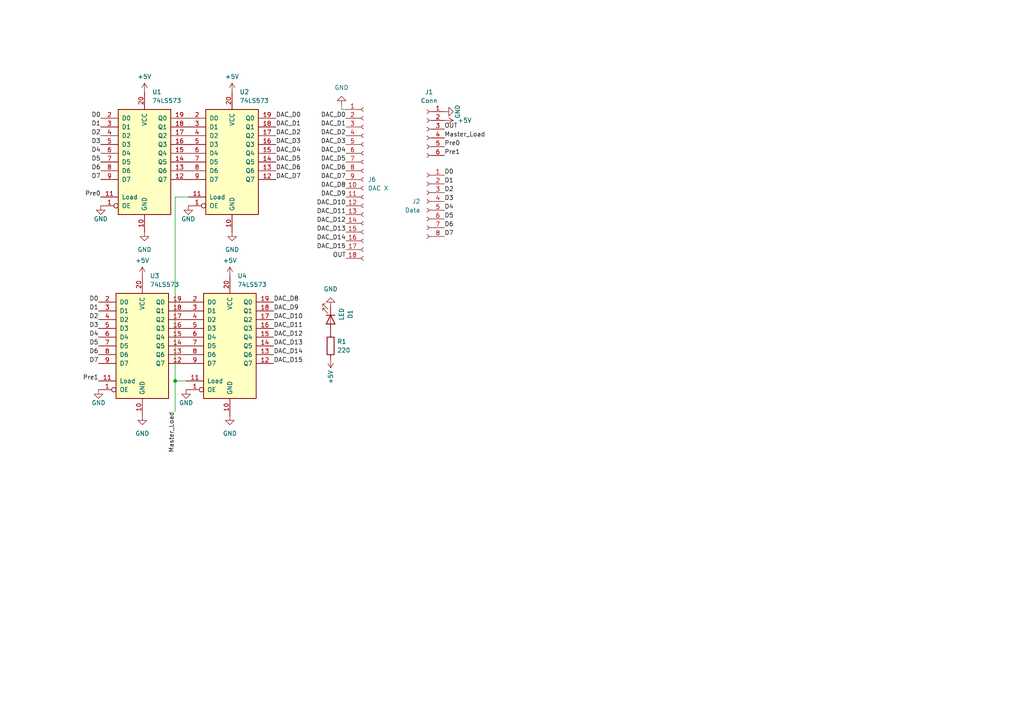
<source format=kicad_sch>
(kicad_sch (version 20230121) (generator eeschema)
  (paper "A4")
  (title_block (title "DAC Base board") (date "2024-03-22") (comment 4 "Author: AlexanderHD27"))
  (lib_symbols
    (symbol "74xx:74LS573" (pin_names (offset 1.016))
      (property "Reference" "U" (at -7.62 16.51 0))
      (property "Value" "74LS573" (at -7.62 -16.51 0))
      (symbol "74LS573_1_0"
        (pin input inverted (at -12.7 -12.7 0) (length 5.08) (name "OE") (number "1"))
        (pin power_in line (at 0 -20.32 90) (length 5.08) (name "GND") (number "10"))
        (pin input line (at -12.7 -10.16 0) (length 5.08) (name "Load") (number "11"))
        (pin tri_state line (at 12.7 -5.08 180) (length 5.08) (name "Q7") (number "12"))
        (pin tri_state line (at 12.7 -2.54 180) (length 5.08) (name "Q6") (number "13"))
        (pin tri_state line (at 12.7 0 180) (length 5.08) (name "Q5") (number "14"))
        (pin tri_state line (at 12.7 2.54 180) (length 5.08) (name "Q4") (number "15"))
        (pin tri_state line (at 12.7 5.08 180) (length 5.08) (name "Q3") (number "16"))
        (pin tri_state line (at 12.7 7.62 180) (length 5.08) (name "Q2") (number "17"))
        (pin tri_state line (at 12.7 10.16 180) (length 5.08) (name "Q1") (number "18"))
        (pin tri_state line (at 12.7 12.7 180) (length 5.08) (name "Q0") (number "19"))
        (pin input line (at -12.7 12.7 0) (length 5.08) (name "D0") (number "2"))
        (pin power_in line (at 0 20.32 270) (length 5.08) (name "VCC") (number "20"))
        (pin input line (at -12.7 10.16 0) (length 5.08) (name "D1") (number "3"))
        (pin input line (at -12.7 7.62 0) (length 5.08) (name "D2") (number "4"))
        (pin input line (at -12.7 5.08 0) (length 5.08) (name "D3") (number "5"))
        (pin input line (at -12.7 2.54 0) (length 5.08) (name "D4") (number "6"))
        (pin input line (at -12.7 0 0) (length 5.08) (name "D5") (number "7"))
        (pin input line (at -12.7 -2.54 0) (length 5.08) (name "D6") (number "8"))
        (pin input line (at -12.7 -5.08 0) (length 5.08) (name "D7") (number "9"))
      )
      (symbol "74LS573_1_1"
        (rectangle (start -7.62 15.24) (end 7.62 -15.24) (stroke (width 0.254)) (fill (type background)))
      )
    )
    (symbol "Connector:Conn_01x06_Socket" (pin_names (offset 1.016) hide)
      (property "Reference" "J" (at 0 7.62 0))
      (property "Value" "Conn_01x06_Socket" (at 0 -10.16 0))
      (symbol "Conn_01x06_Socket_1_1"
        (arc (start 0 -7.112) (mid -0.5058 -7.62) (end 0 -8.128) (stroke (width 0.1524)))
        (arc (start 0 -4.572) (mid -0.5058 -5.08) (end 0 -5.588) (stroke (width 0.1524)))
        (arc (start 0 -2.032) (mid -0.5058 -2.54) (end 0 -3.048) (stroke (width 0.1524)))
        (polyline (pts (xy -1.27 -7.62) (xy -0.508 -7.62)) (stroke (width 0.1524)))
        (polyline (pts (xy -1.27 -5.08) (xy -0.508 -5.08)) (stroke (width 0.1524)))
        (polyline (pts (xy -1.27 -2.54) (xy -0.508 -2.54)) (stroke (width 0.1524)))
        (polyline (pts (xy -1.27 0) (xy -0.508 0)) (stroke (width 0.1524)))
        (polyline (pts (xy -1.27 2.54) (xy -0.508 2.54)) (stroke (width 0.1524)))
        (polyline (pts (xy -1.27 5.08) (xy -0.508 5.08)) (stroke (width 0.1524)))
        (arc (start 0 0.508) (mid -0.5058 0) (end 0 -0.508) (stroke (width 0.1524)))
        (arc (start 0 3.048) (mid -0.5058 2.54) (end 0 2.032) (stroke (width 0.1524)))
        (arc (start 0 5.588) (mid -0.5058 5.08) (end 0 4.572) (stroke (width 0.1524)))
        (pin passive line (at -5.08 5.08 0) (length 3.81) (name "Pin_1") (number "1"))
        (pin passive line (at -5.08 2.54 0) (length 3.81) (name "Pin_2") (number "2"))
        (pin passive line (at -5.08 0 0) (length 3.81) (name "Pin_3") (number "3"))
        (pin passive line (at -5.08 -2.54 0) (length 3.81) (name "Pin_4") (number "4"))
        (pin passive line (at -5.08 -5.08 0) (length 3.81) (name "Pin_5") (number "5"))
        (pin passive line (at -5.08 -7.62 0) (length 3.81) (name "Pin_6") (number "6"))
      )
    )
    (symbol "Connector:Conn_01x08_Socket" (pin_names (offset 1.016) hide)
      (property "Reference" "J" (at 0 10.16 0))
      (property "Value" "Conn_01x08_Socket" (at 0 -12.7 0))
      (symbol "Conn_01x08_Socket_1_1"
        (arc (start 0 -9.652) (mid -0.5058 -10.16) (end 0 -10.668) (stroke (width 0.1524)))
        (arc (start 0 -7.112) (mid -0.5058 -7.62) (end 0 -8.128) (stroke (width 0.1524)))
        (arc (start 0 -4.572) (mid -0.5058 -5.08) (end 0 -5.588) (stroke (width 0.1524)))
        (arc (start 0 -2.032) (mid -0.5058 -2.54) (end 0 -3.048) (stroke (width 0.1524)))
        (polyline (pts (xy -1.27 -10.16) (xy -0.508 -10.16)) (stroke (width 0.1524)))
        (polyline (pts (xy -1.27 -7.62) (xy -0.508 -7.62)) (stroke (width 0.1524)))
        (polyline (pts (xy -1.27 -5.08) (xy -0.508 -5.08)) (stroke (width 0.1524)))
        (polyline (pts (xy -1.27 -2.54) (xy -0.508 -2.54)) (stroke (width 0.1524)))
        (polyline (pts (xy -1.27 0) (xy -0.508 0)) (stroke (width 0.1524)))
        (polyline (pts (xy -1.27 2.54) (xy -0.508 2.54)) (stroke (width 0.1524)))
        (polyline (pts (xy -1.27 5.08) (xy -0.508 5.08)) (stroke (width 0.1524)))
        (polyline (pts (xy -1.27 7.62) (xy -0.508 7.62)) (stroke (width 0.1524)))
        (arc (start 0 0.508) (mid -0.5058 0) (end 0 -0.508) (stroke (width 0.1524)))
        (arc (start 0 3.048) (mid -0.5058 2.54) (end 0 2.032) (stroke (width 0.1524)))
        (arc (start 0 5.588) (mid -0.5058 5.08) (end 0 4.572) (stroke (width 0.1524)))
        (arc (start 0 8.128) (mid -0.5058 7.62) (end 0 7.112) (stroke (width 0.1524)))
        (pin passive line (at -5.08 7.62 0) (length 3.81) (name "Pin_1") (number "1"))
        (pin passive line (at -5.08 5.08 0) (length 3.81) (name "Pin_2") (number "2"))
        (pin passive line (at -5.08 2.54 0) (length 3.81) (name "Pin_3") (number "3"))
        (pin passive line (at -5.08 0 0) (length 3.81) (name "Pin_4") (number "4"))
        (pin passive line (at -5.08 -2.54 0) (length 3.81) (name "Pin_5") (number "5"))
        (pin passive line (at -5.08 -5.08 0) (length 3.81) (name "Pin_6") (number "6"))
        (pin passive line (at -5.08 -7.62 0) (length 3.81) (name "Pin_7") (number "7"))
        (pin passive line (at -5.08 -10.16 0) (length 3.81) (name "Pin_8") (number "8"))
      )
    )
    (symbol "Connector:Conn_01x18_Socket" (pin_names (offset 1.016) hide)
      (property "Reference" "J" (at 0 22.86 0))
      (property "Value" "Conn_01x18_Socket" (at 0 -25.4 0))
      (symbol "Conn_01x18_Socket_1_1"
        (arc (start 0 -22.352) (mid -0.5058 -22.86) (end 0 -23.368) (stroke (width 0.1524)))
        (arc (start 0 -19.812) (mid -0.5058 -20.32) (end 0 -20.828) (stroke (width 0.1524)))
        (arc (start 0 -17.272) (mid -0.5058 -17.78) (end 0 -18.288) (stroke (width 0.1524)))
        (arc (start 0 -14.732) (mid -0.5058 -15.24) (end 0 -15.748) (stroke (width 0.1524)))
        (arc (start 0 -12.192) (mid -0.5058 -12.7) (end 0 -13.208) (stroke (width 0.1524)))
        (arc (start 0 -9.652) (mid -0.5058 -10.16) (end 0 -10.668) (stroke (width 0.1524)))
        (arc (start 0 -7.112) (mid -0.5058 -7.62) (end 0 -8.128) (stroke (width 0.1524)))
        (arc (start 0 -4.572) (mid -0.5058 -5.08) (end 0 -5.588) (stroke (width 0.1524)))
        (arc (start 0 -2.032) (mid -0.5058 -2.54) (end 0 -3.048) (stroke (width 0.1524)))
        (polyline (pts (xy -1.27 -22.86) (xy -0.508 -22.86)) (stroke (width 0.1524)))
        (polyline (pts (xy -1.27 -20.32) (xy -0.508 -20.32)) (stroke (width 0.1524)))
        (polyline (pts (xy -1.27 -17.78) (xy -0.508 -17.78)) (stroke (width 0.1524)))
        (polyline (pts (xy -1.27 -15.24) (xy -0.508 -15.24)) (stroke (width 0.1524)))
        (polyline (pts (xy -1.27 -12.7) (xy -0.508 -12.7)) (stroke (width 0.1524)))
        (polyline (pts (xy -1.27 -10.16) (xy -0.508 -10.16)) (stroke (width 0.1524)))
        (polyline (pts (xy -1.27 -7.62) (xy -0.508 -7.62)) (stroke (width 0.1524)))
        (polyline (pts (xy -1.27 -5.08) (xy -0.508 -5.08)) (stroke (width 0.1524)))
        (polyline (pts (xy -1.27 -2.54) (xy -0.508 -2.54)) (stroke (width 0.1524)))
        (polyline (pts (xy -1.27 0) (xy -0.508 0)) (stroke (width 0.1524)))
        (polyline (pts (xy -1.27 2.54) (xy -0.508 2.54)) (stroke (width 0.1524)))
        (polyline (pts (xy -1.27 5.08) (xy -0.508 5.08)) (stroke (width 0.1524)))
        (polyline (pts (xy -1.27 7.62) (xy -0.508 7.62)) (stroke (width 0.1524)))
        (polyline (pts (xy -1.27 10.16) (xy -0.508 10.16)) (stroke (width 0.1524)))
        (polyline (pts (xy -1.27 12.7) (xy -0.508 12.7)) (stroke (width 0.1524)))
        (polyline (pts (xy -1.27 15.24) (xy -0.508 15.24)) (stroke (width 0.1524)))
        (polyline (pts (xy -1.27 17.78) (xy -0.508 17.78)) (stroke (width 0.1524)))
        (polyline (pts (xy -1.27 20.32) (xy -0.508 20.32)) (stroke (width 0.1524)))
        (arc (start 0 0.508) (mid -0.5058 0) (end 0 -0.508) (stroke (width 0.1524)))
        (arc (start 0 3.048) (mid -0.5058 2.54) (end 0 2.032) (stroke (width 0.1524)))
        (arc (start 0 5.588) (mid -0.5058 5.08) (end 0 4.572) (stroke (width 0.1524)))
        (arc (start 0 8.128) (mid -0.5058 7.62) (end 0 7.112) (stroke (width 0.1524)))
        (arc (start 0 10.668) (mid -0.5058 10.16) (end 0 9.652) (stroke (width 0.1524)))
        (arc (start 0 13.208) (mid -0.5058 12.7) (end 0 12.192) (stroke (width 0.1524)))
        (arc (start 0 15.748) (mid -0.5058 15.24) (end 0 14.732) (stroke (width 0.1524)))
        (arc (start 0 18.288) (mid -0.5058 17.78) (end 0 17.272) (stroke (width 0.1524)))
        (arc (start 0 20.828) (mid -0.5058 20.32) (end 0 19.812) (stroke (width 0.1524)))
        (pin passive line (at -5.08 20.32 0) (length 3.81) (name "Pin_1") (number "1"))
        (pin passive line (at -5.08 -2.54 0) (length 3.81) (name "Pin_10") (number "10"))
        (pin passive line (at -5.08 -5.08 0) (length 3.81) (name "Pin_11") (number "11"))
        (pin passive line (at -5.08 -7.62 0) (length 3.81) (name "Pin_12") (number "12"))
        (pin passive line (at -5.08 -10.16 0) (length 3.81) (name "Pin_13") (number "13"))
        (pin passive line (at -5.08 -12.7 0) (length 3.81) (name "Pin_14") (number "14"))
        (pin passive line (at -5.08 -15.24 0) (length 3.81) (name "Pin_15") (number "15"))
        (pin passive line (at -5.08 -17.78 0) (length 3.81) (name "Pin_16") (number "16"))
        (pin passive line (at -5.08 -20.32 0) (length 3.81) (name "Pin_17") (number "17"))
        (pin passive line (at -5.08 -22.86 0) (length 3.81) (name "Pin_18") (number "18"))
        (pin passive line (at -5.08 17.78 0) (length 3.81) (name "Pin_2") (number "2"))
        (pin passive line (at -5.08 15.24 0) (length 3.81) (name "Pin_3") (number "3"))
        (pin passive line (at -5.08 12.7 0) (length 3.81) (name "Pin_4") (number "4"))
        (pin passive line (at -5.08 10.16 0) (length 3.81) (name "Pin_5") (number "5"))
        (pin passive line (at -5.08 7.62 0) (length 3.81) (name "Pin_6") (number "6"))
        (pin passive line (at -5.08 5.08 0) (length 3.81) (name "Pin_7") (number "7"))
        (pin passive line (at -5.08 2.54 0) (length 3.81) (name "Pin_8") (number "8"))
        (pin passive line (at -5.08 0 0) (length 3.81) (name "Pin_9") (number "9"))
      )
    )
    (symbol "Device:LED" (pin_numbers hide) (pin_names (offset 1.016) hide)
      (property "Reference" "D" (at 0 2.54 0))
      (property "Value" "LED" (at 0 -2.54 0))
      (symbol "LED_0_1"
        (polyline (pts (xy -1.27 -1.27) (xy -1.27 1.27)) (stroke (width 0.254)))
        (polyline (pts (xy -1.27 0) (xy 1.27 0)))
        (polyline (pts (xy 1.27 -1.27) (xy 1.27 1.27) (xy -1.27 0) (xy 1.27 -1.27)) (stroke (width 0.254)))
        (polyline (pts (xy -3.048 -0.762) (xy -4.572 -2.286) (xy -3.81 -2.286) (xy -4.572 -2.286) (xy -4.572 -1.524)))
        (polyline (pts (xy -1.778 -0.762) (xy -3.302 -2.286) (xy -2.54 -2.286) (xy -3.302 -2.286) (xy -3.302 -1.524)))
      )
      (symbol "LED_1_1"
        (pin passive line (at -3.81 0 0) (length 2.54) (name "K") (number "1"))
        (pin passive line (at 3.81 0 180) (length 2.54) (name "A") (number "2"))
      )
    )
    (symbol "Device:R" (pin_numbers hide) (pin_names (offset 0))
      (property "Reference" "R" (at 2.032 0 90))
      (property "Value" "R" (at 0 0 90))
      (symbol "R_0_1"
        (rectangle (start -1.016 -2.54) (end 1.016 2.54) (stroke (width 0.254)))
      )
      (symbol "R_1_1"
        (pin passive line (at 0 3.81 270) (length 1.27) (name "~") (number "1"))
        (pin passive line (at 0 -3.81 90) (length 1.27) (name "~") (number "2"))
      )
    )
    (symbol "power:+5V" (power) (pin_names (offset 0))
      (property "Value" "+5V" (at 0 3.556 0))
      (symbol "+5V_0_1"
        (polyline (pts (xy -0.762 1.27) (xy 0 2.54)))
        (polyline (pts (xy 0 0) (xy 0 2.54)))
        (polyline (pts (xy 0 2.54) (xy 0.762 1.27)))
      )
      (symbol "+5V_1_1"
        (pin power_in line (at 0 0 90) (length 0) hide (name "+5V") (number "1"))
      )
    )
    (symbol "power:GND" (power) (pin_names (offset 0))
      (property "Value" "GND" (at 0 -3.81 0))
      (symbol "GND_0_1"
        (polyline (pts (xy 0 0) (xy 0 -1.27) (xy 1.27 -1.27) (xy 0 -2.54) (xy -1.27 -1.27) (xy 0 -1.27)))
      )
      (symbol "GND_1_1"
        (pin power_in line (at 0 0 270) (length 0) hide (name "GND") (number "1"))
      )
    )
  )
  (junction (at 50.8 110.49))
  (wire (pts (xy 99.06 31.75) (xy 100.33 31.75)))
  (wire (pts (xy 50.8 119.38) (xy 50.8 110.49)))
  (wire (pts (xy 99.06 30.48) (xy 99.06 31.75)))
  (wire (pts (xy 50.8 110.49) (xy 53.975 110.49)))
  (wire (pts (xy 50.8 57.15) (xy 54.61 57.15)))
  (wire (pts (xy 50.8 57.15) (xy 50.8 110.49)))
  (label "DAC_D12" (at 100.33 64.77 180))
  (label "DAC_D4" (at 80.01 44.45 0))
  (label "DAC_D7" (at 100.33 52.07 180))
  (label "DAC_D2" (at 80.01 39.37 0))
  (label "DAC_D6" (at 80.01 49.53 0))
  (label "DAC_D5" (at 100.33 46.99 180))
  (label "DAC_D11" (at 100.33 62.23 180))
  (label "D0" (at 29.21 34.29 180))
  (label "Pre1" (at 128.905 45.085 0))
  (label "D3" (at 128.905 58.42 0))
  (label "D6" (at 128.905 66.04 0))
  (label "D5" (at 28.575 100.33 180))
  (label "D2" (at 128.905 55.88 0))
  (label "D2" (at 29.21 39.37 180))
  (label "DAC_D12" (at 79.375 97.79 0))
  (label "DAC_D0" (at 80.01 34.29 0))
  (label "OUT" (at 100.33 74.93 180))
  (label "DAC_D10" (at 79.375 92.71 0))
  (label "DAC_D8" (at 79.375 87.63 0))
  (label "D4" (at 29.21 44.45 180))
  (label "DAC_D14" (at 100.33 69.85 180))
  (label "DAC_D2" (at 100.33 39.37 180))
  (label "D7" (at 128.905 68.58 0))
  (label "D1" (at 29.21 36.83 180))
  (label "DAC_D10" (at 100.33 59.69 180))
  (label "OUT" (at 128.905 37.465 0))
  (label "D1" (at 128.905 53.34 0))
  (label "D6" (at 28.575 102.87 180))
  (label "D2" (at 28.575 92.71 180))
  (label "DAC_D13" (at 100.33 67.31 180))
  (label "D6" (at 29.21 49.53 180))
  (label "D5" (at 128.905 63.5 0))
  (label "DAC_D15" (at 100.33 72.39 180))
  (label "D3" (at 28.575 95.25 180))
  (label "Master_Load" (at 128.905 40.005 0))
  (label "DAC_D7" (at 80.01 52.07 0))
  (label "DAC_D9" (at 100.33 57.15 180))
  (label "Master_Load" (at 50.8 119.38 270))
  (label "DAC_D6" (at 100.33 49.53 180))
  (label "D0" (at 28.575 87.63 180))
  (label "DAC_D9" (at 79.375 90.17 0))
  (label "D4" (at 128.905 60.96 0))
  (label "Pre0" (at 29.21 57.15 180))
  (label "D4" (at 28.575 97.79 180))
  (label "D1" (at 28.575 90.17 180))
  (label "DAC_D8" (at 100.33 54.61 180))
  (label "DAC_D3" (at 100.33 41.91 180))
  (label "DAC_D11" (at 79.375 95.25 0))
  (label "D3" (at 29.21 41.91 180))
  (label "DAC_D5" (at 80.01 46.99 0))
  (label "DAC_D15" (at 79.375 105.41 0))
  (label "Pre1" (at 28.575 110.49 180))
  (label "DAC_D13" (at 79.375 100.33 0))
  (label "DAC_D4" (at 100.33 44.45 180))
  (label "DAC_D14" (at 79.375 102.87 0))
  (label "D5" (at 29.21 46.99 180))
  (label "DAC_D3" (at 80.01 41.91 0))
  (label "D7" (at 29.21 52.07 180))
  (label "DAC_D0" (at 100.33 34.29 180))
  (label "DAC_D1" (at 80.01 36.83 0))
  (label "Pre0" (at 128.905 42.545 0))
  (label "DAC_D1" (at 100.33 36.83 180))
  (label "D0" (at 128.905 50.8 0))
  (label "D7" (at 28.575 105.41 180))
  (symbol (lib_id "74xx:74LS573") (at 67.31 46.99 0) (unit 1)
    (property "Reference" "U2" (at 69.5041 26.67 0) (effects (justify left)))
    (property "Value" "74LS573" (at 69.5041 29.21 0) (effects (justify left)))
    (property "Footprint" "Package_SO:TSSOP-20_4.4x6.5mm_P0.65mm" (effects hide))
    (property "Datasheet" "74xx/74hc573.pdf" (effects hide))
  )
  (symbol (lib_id "power:GND") (at 53.975 113.03 0) (unit 1)
    (property "Reference" "#PWR012" (effects hide))
    (property "Value" "GND" (at 53.975 116.84 0))
  )
  (symbol (lib_id "power:GND") (at 41.91 67.31 0) (unit 1)
    (property "Reference" "#PWR03" (effects hide))
    (property "Value" "GND" (at 41.91 72.39 0))
  )
  (symbol (lib_id "74xx:74LS573") (at 66.675 100.33 0) (unit 1)
    (property "Reference" "U4" (at 68.8691 80.01 0) (effects (justify left)))
    (property "Value" "74LS573" (at 68.8691 82.55 0) (effects (justify left)))
    (property "Footprint" "Package_SO:TSSOP-20_4.4x6.5mm_P0.65mm" (effects hide))
    (property "Datasheet" "74xx/74hc573.pdf" (effects hide))
  )
  (symbol (lib_id "power:GND") (at 67.31 67.31 0) (unit 1)
    (property "Reference" "#PWR08" (effects hide))
    (property "Value" "GND" (at 67.31 72.39 0))
  )
  (symbol (lib_id "power:+5V") (at 67.31 26.67 0) (unit 1)
    (property "Reference" "#PWR07" (effects hide))
    (property "Value" "+5V" (at 67.31 22.225 0))
  )
  (symbol (lib_id "power:+5V") (at 95.885 104.14 180) (unit 1)
    (property "Reference" "#PWR016" (effects hide))
    (property "Value" "+5V" (at 95.885 107.315 90) (effects (justify left)))
  )
  (symbol (lib_id "power:GND") (at 95.885 88.9 180) (unit 1)
    (property "Reference" "#PWR017" (effects hide))
    (property "Value" "GND" (at 95.885 83.82 0))
  )
  (symbol (lib_id "power:GND") (at 66.675 120.65 0) (unit 1)
    (property "Reference" "#PWR014" (effects hide))
    (property "Value" "GND" (at 66.675 125.73 0))
  )
  (symbol (lib_id "power:GND") (at 54.61 59.69 0) (unit 1)
    (property "Reference" "#PWR06" (effects hide))
    (property "Value" "GND" (at 54.61 63.5 0))
  )
  (symbol (lib_id "Device:LED") (at 95.885 92.71 270) (unit 1)
    (property "Reference" "D1" (at 101.6 91.1225 0))
    (property "Value" "LED" (at 99.06 91.1225 0))
    (property "Footprint" "LED_SMD:LED_1206_3216Metric_Pad1.42x1.75mm_HandSolder" (effects hide))
  )
  (symbol (lib_id "power:+5V") (at 41.91 26.67 0) (unit 1)
    (property "Reference" "#PWR04" (effects hide))
    (property "Value" "+5V" (at 41.91 22.225 0))
  )
  (symbol (lib_id "power:GND") (at 128.905 32.385 90) (unit 1)
    (property "Reference" "#PWR01" (effects hide))
    (property "Value" "GND" (at 132.715 32.385 0))
  )
  (symbol (lib_id "power:GND") (at 29.21 59.69 0) (unit 1)
    (property "Reference" "#PWR05" (effects hide))
    (property "Value" "GND" (at 29.21 63.5 0))
  )
  (symbol (lib_id "power:GND") (at 99.06 30.48 180) (unit 1)
    (property "Reference" "#PWR02" (effects hide))
    (property "Value" "GND" (at 99.06 25.4 0))
  )
  (symbol (lib_id "Connector:Conn_01x08_Socket") (at 123.825 58.42 0) (mirror y) (unit 1)
    (property "Reference" "J2" (at 121.92 58.42 0) (effects (justify left)))
    (property "Value" "Data" (at 121.92 60.96 0) (effects (justify left)))
    (property "Footprint" "Connector_PinHeader_2.54mm:PinHeader_1x08_P2.54mm_Vertical" (effects hide))
  )
  (symbol (lib_id "power:+5V") (at 66.675 80.01 0) (unit 1)
    (property "Reference" "#PWR013" (effects hide))
    (property "Value" "+5V" (at 66.675 75.565 0))
  )
  (symbol (lib_id "power:GND") (at 41.275 120.65 0) (unit 1)
    (property "Reference" "#PWR011" (effects hide))
    (property "Value" "GND" (at 41.275 125.73 0))
  )
  (symbol (lib_id "power:+5V") (at 41.275 80.01 0) (unit 1)
    (property "Reference" "#PWR010" (effects hide))
    (property "Value" "+5V" (at 41.275 75.565 0))
  )
  (symbol (lib_id "power:+5V") (at 128.905 34.925 270) (unit 1)
    (property "Reference" "#PWR015" (effects hide))
    (property "Value" "+5V" (at 132.715 34.925 90) (effects (justify left)))
  )
  (symbol (lib_id "power:GND") (at 28.575 113.03 0) (unit 1)
    (property "Reference" "#PWR09" (effects hide))
    (property "Value" "GND" (at 28.575 116.84 0))
  )
  (symbol (lib_id "Connector:Conn_01x18_Socket") (at 105.41 52.07 0) (unit 1)
    (property "Reference" "J6" (at 106.68 52.07 0) (effects (justify left)))
    (property "Value" "DAC X" (at 106.68 54.61 0) (effects (justify left)))
    (property "Footprint" "Connector_PinHeader_2.54mm:PinHeader_1x18_P2.54mm_Vertical" (effects hide))
  )
  (symbol (lib_id "74xx:74LS573") (at 41.275 100.33 0) (unit 1)
    (property "Reference" "U3" (at 43.4691 80.01 0) (effects (justify left)))
    (property "Value" "74LS573" (at 43.4691 82.55 0) (effects (justify left)))
    (property "Footprint" "Package_SO:TSSOP-20_4.4x6.5mm_P0.65mm" (effects hide))
    (property "Datasheet" "74xx/74hc573.pdf" (effects hide))
  )
  (symbol (lib_id "Device:R") (at 95.885 100.33 0) (unit 1)
    (property "Reference" "R1" (at 97.79 99.06 0) (effects (justify left)))
    (property "Value" "220" (at 97.79 101.6 0) (effects (justify left)))
    (property "Footprint" "Resistor_SMD:R_1206_3216Metric_Pad1.30x1.75mm_HandSolder" (effects hide))
  )
  (symbol (lib_id "74xx:74LS573") (at 41.91 46.99 0) (unit 1)
    (property "Reference" "U1" (at 44.1041 26.67 0) (effects (justify left)))
    (property "Value" "74LS573" (at 44.1041 29.21 0) (effects (justify left)))
    (property "Footprint" "Package_SO:TSSOP-20_4.4x6.5mm_P0.65mm" (effects hide))
    (property "Datasheet" "74xx/74hc573.pdf" (effects hide))
  )
  (symbol (lib_id "Connector:Conn_01x06_Socket") (at 123.825 37.465 0) (mirror y) (unit 1)
    (property "Reference" "J1" (at 124.46 26.67 0))
    (property "Value" "Conn" (at 124.46 29.21 0))
    (property "Footprint" "Connector_PinHeader_2.54mm:PinHeader_1x06_P2.54mm_Vertical" (effects hide))
  )
)
</source>
